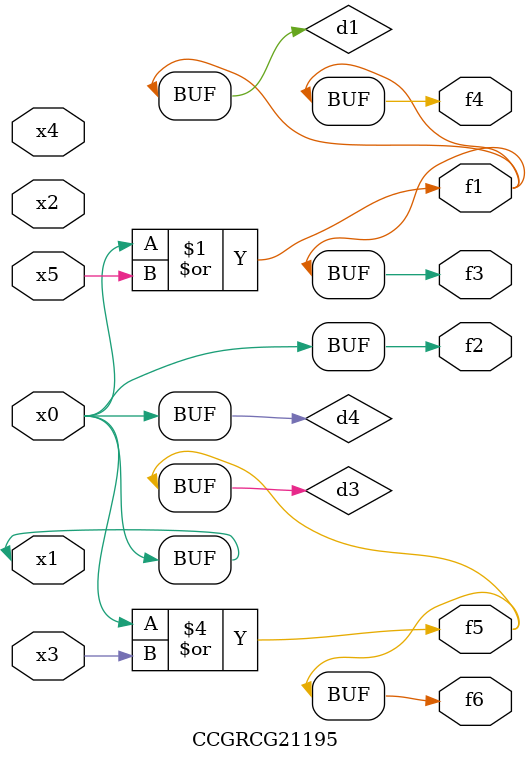
<source format=v>
module CCGRCG21195(
	input x0, x1, x2, x3, x4, x5,
	output f1, f2, f3, f4, f5, f6
);

	wire d1, d2, d3, d4;

	or (d1, x0, x5);
	xnor (d2, x1, x4);
	or (d3, x0, x3);
	buf (d4, x0, x1);
	assign f1 = d1;
	assign f2 = d4;
	assign f3 = d1;
	assign f4 = d1;
	assign f5 = d3;
	assign f6 = d3;
endmodule

</source>
